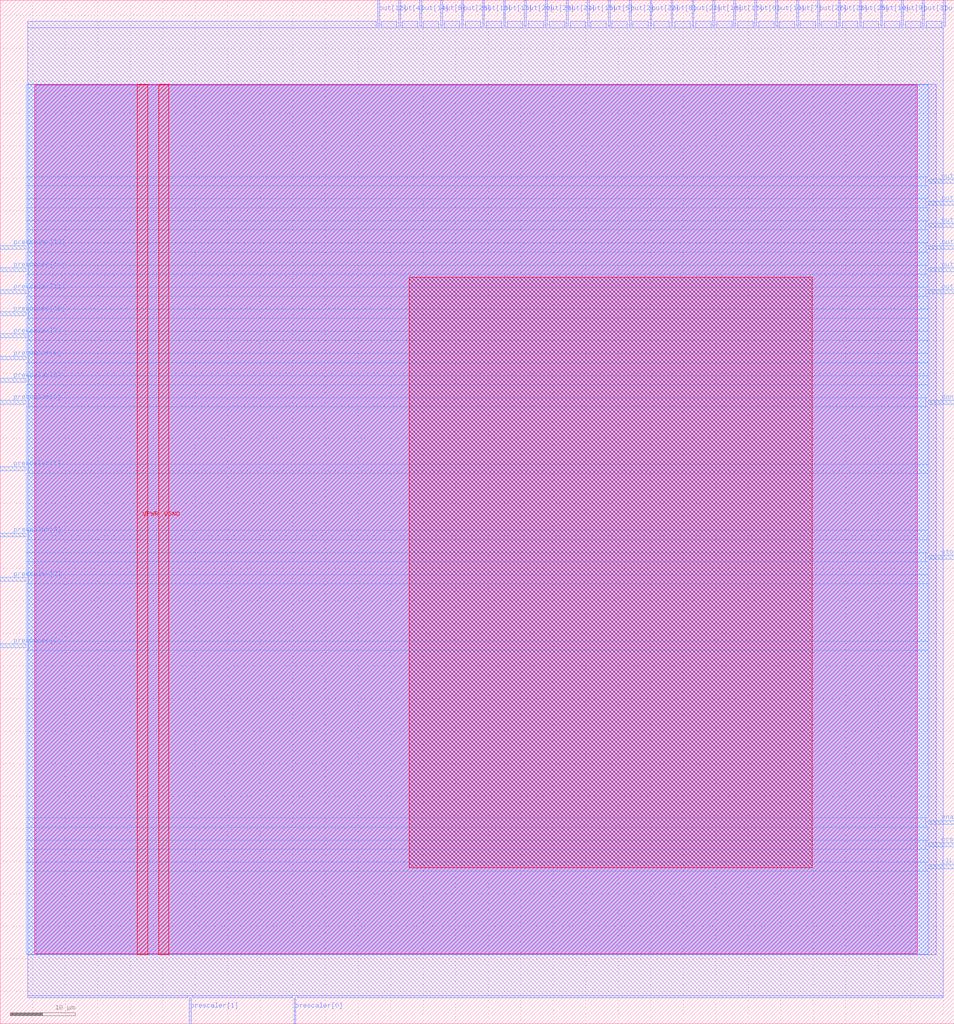
<source format=lef>
VERSION 5.7 ;
  NOWIREEXTENSIONATPIN ON ;
  DIVIDERCHAR "/" ;
  BUSBITCHARS "[]" ;
MACRO sample_proj
  CLASS BLOCK ;
  FOREIGN sample_proj ;
  ORIGIN 0.000 0.000 ;
  SIZE 146.660 BY 157.380 ;
  PIN VGND
    DIRECTION INOUT ;
    USE GROUND ;
    PORT
      LAYER met4 ;
        RECT 24.340 10.640 25.940 144.400 ;
    END
  END VGND
  PIN VPWR
    DIRECTION INOUT ;
    USE POWER ;
    PORT
      LAYER met4 ;
        RECT 21.040 10.640 22.640 144.400 ;
    END
  END VPWR
  PIN clk
    DIRECTION INPUT ;
    USE SIGNAL ;
    ANTENNAGATEAREA 0.852000 ;
    PORT
      LAYER met3 ;
        RECT 142.660 23.840 146.660 24.440 ;
    END
  END clk
  PIN done
    DIRECTION OUTPUT ;
    USE SIGNAL ;
    ANTENNADIFFAREA 0.445500 ;
    PORT
      LAYER met3 ;
        RECT 142.660 95.240 146.660 95.840 ;
    END
  END done
  PIN enable
    DIRECTION INPUT ;
    USE SIGNAL ;
    ANTENNAGATEAREA 0.196500 ;
    PORT
      LAYER met3 ;
        RECT 142.660 30.640 146.660 31.240 ;
    END
  END enable
  PIN nrst
    DIRECTION INPUT ;
    USE SIGNAL ;
    ANTENNAGATEAREA 0.196500 ;
    PORT
      LAYER met3 ;
        RECT 142.660 27.240 146.660 27.840 ;
    END
  END nrst
  PIN out[0]
    DIRECTION OUTPUT ;
    USE SIGNAL ;
    ANTENNADIFFAREA 0.445500 ;
    PORT
      LAYER met2 ;
        RECT 116.010 153.380 116.290 157.380 ;
    END
  END out[0]
  PIN out[10]
    DIRECTION OUTPUT ;
    USE SIGNAL ;
    ANTENNADIFFAREA 0.445500 ;
    PORT
      LAYER met2 ;
        RECT 119.230 153.380 119.510 157.380 ;
    END
  END out[10]
  PIN out[11]
    DIRECTION OUTPUT ;
    USE SIGNAL ;
    ANTENNADIFFAREA 0.445500 ;
    PORT
      LAYER met2 ;
        RECT 144.990 153.380 145.270 157.380 ;
    END
  END out[11]
  PIN out[12]
    DIRECTION OUTPUT ;
    USE SIGNAL ;
    ANTENNADIFFAREA 0.445500 ;
    PORT
      LAYER met2 ;
        RECT 58.050 153.380 58.330 157.380 ;
    END
  END out[12]
  PIN out[13]
    DIRECTION OUTPUT ;
    USE SIGNAL ;
    ANTENNADIFFAREA 0.445500 ;
    PORT
      LAYER met2 ;
        RECT 77.370 153.380 77.650 157.380 ;
    END
  END out[13]
  PIN out[14]
    DIRECTION OUTPUT ;
    USE SIGNAL ;
    ANTENNADIFFAREA 0.445500 ;
    PORT
      LAYER met2 ;
        RECT 64.490 153.380 64.770 157.380 ;
    END
  END out[14]
  PIN out[15]
    DIRECTION OUTPUT ;
    USE SIGNAL ;
    ANTENNADIFFAREA 0.445500 ;
    PORT
      LAYER met2 ;
        RECT 90.250 153.380 90.530 157.380 ;
    END
  END out[15]
  PIN out[16]
    DIRECTION OUTPUT ;
    USE SIGNAL ;
    ANTENNADIFFAREA 0.445500 ;
    PORT
      LAYER met2 ;
        RECT 109.570 153.380 109.850 157.380 ;
    END
  END out[16]
  PIN out[17]
    DIRECTION OUTPUT ;
    USE SIGNAL ;
    ANTENNADIFFAREA 0.445500 ;
    PORT
      LAYER met2 ;
        RECT 112.790 153.380 113.070 157.380 ;
    END
  END out[17]
  PIN out[18]
    DIRECTION OUTPUT ;
    USE SIGNAL ;
    ANTENNADIFFAREA 0.445500 ;
    PORT
      LAYER met2 ;
        RECT 74.150 153.380 74.430 157.380 ;
    END
  END out[18]
  PIN out[19]
    DIRECTION OUTPUT ;
    USE SIGNAL ;
    ANTENNADIFFAREA 0.445500 ;
    PORT
      LAYER met2 ;
        RECT 135.330 153.380 135.610 157.380 ;
    END
  END out[19]
  PIN out[1]
    DIRECTION OUTPUT ;
    USE SIGNAL ;
    ANTENNADIFFAREA 0.445500 ;
    PORT
      LAYER met3 ;
        RECT 142.660 122.440 146.660 123.040 ;
    END
  END out[1]
  PIN out[20]
    DIRECTION OUTPUT ;
    USE SIGNAL ;
    ANTENNADIFFAREA 0.445500 ;
    PORT
      LAYER met2 ;
        RECT 80.590 153.380 80.870 157.380 ;
    END
  END out[20]
  PIN out[21]
    DIRECTION OUTPUT ;
    USE SIGNAL ;
    ANTENNADIFFAREA 0.445500 ;
    PORT
      LAYER met2 ;
        RECT 106.350 153.380 106.630 157.380 ;
    END
  END out[21]
  PIN out[22]
    DIRECTION OUTPUT ;
    USE SIGNAL ;
    ANTENNADIFFAREA 0.445500 ;
    PORT
      LAYER met2 ;
        RECT 99.910 153.380 100.190 157.380 ;
    END
  END out[22]
  PIN out[23]
    DIRECTION OUTPUT ;
    USE SIGNAL ;
    ANTENNADIFFAREA 0.445500 ;
    PORT
      LAYER met2 ;
        RECT 128.890 153.380 129.170 157.380 ;
    END
  END out[23]
  PIN out[24]
    DIRECTION OUTPUT ;
    USE SIGNAL ;
    ANTENNADIFFAREA 0.445500 ;
    PORT
      LAYER met2 ;
        RECT 87.030 153.380 87.310 157.380 ;
    END
  END out[24]
  PIN out[25]
    DIRECTION OUTPUT ;
    USE SIGNAL ;
    ANTENNADIFFAREA 0.445500 ;
    PORT
      LAYER met2 ;
        RECT 132.110 153.380 132.390 157.380 ;
    END
  END out[25]
  PIN out[26]
    DIRECTION OUTPUT ;
    USE SIGNAL ;
    ANTENNADIFFAREA 0.445500 ;
    PORT
      LAYER met3 ;
        RECT 142.660 129.240 146.660 129.840 ;
    END
  END out[26]
  PIN out[27]
    DIRECTION OUTPUT ;
    USE SIGNAL ;
    ANTENNADIFFAREA 0.445500 ;
    PORT
      LAYER met2 ;
        RECT 125.670 153.380 125.950 157.380 ;
    END
  END out[27]
  PIN out[28]
    DIRECTION OUTPUT ;
    USE SIGNAL ;
    ANTENNADIFFAREA 0.445500 ;
    PORT
      LAYER met2 ;
        RECT 70.930 153.380 71.210 157.380 ;
    END
  END out[28]
  PIN out[29]
    DIRECTION OUTPUT ;
    USE SIGNAL ;
    ANTENNADIFFAREA 0.445500 ;
    PORT
      LAYER met2 ;
        RECT 83.810 153.380 84.090 157.380 ;
    END
  END out[29]
  PIN out[2]
    DIRECTION OUTPUT ;
    USE SIGNAL ;
    ANTENNADIFFAREA 0.445500 ;
    PORT
      LAYER met2 ;
        RECT 96.690 153.380 96.970 157.380 ;
    END
  END out[2]
  PIN out[30]
    DIRECTION OUTPUT ;
    USE SIGNAL ;
    ANTENNADIFFAREA 0.445500 ;
    PORT
      LAYER met3 ;
        RECT 142.660 125.840 146.660 126.440 ;
    END
  END out[30]
  PIN out[31]
    DIRECTION OUTPUT ;
    USE SIGNAL ;
    ANTENNADIFFAREA 0.445500 ;
    PORT
      LAYER met3 ;
        RECT 142.660 119.040 146.660 119.640 ;
    END
  END out[31]
  PIN out[32]
    DIRECTION OUTPUT ;
    USE SIGNAL ;
    ANTENNADIFFAREA 0.445500 ;
    PORT
      LAYER met3 ;
        RECT 142.660 115.640 146.660 116.240 ;
    END
  END out[32]
  PIN out[33]
    DIRECTION OUTPUT ;
    USE SIGNAL ;
    ANTENNADIFFAREA 0.445500 ;
    PORT
      LAYER met3 ;
        RECT 142.660 112.240 146.660 112.840 ;
    END
  END out[33]
  PIN out[3]
    DIRECTION OUTPUT ;
    USE SIGNAL ;
    ANTENNADIFFAREA 0.445500 ;
    PORT
      LAYER met2 ;
        RECT 141.770 153.380 142.050 157.380 ;
    END
  END out[3]
  PIN out[4]
    DIRECTION OUTPUT ;
    USE SIGNAL ;
    ANTENNADIFFAREA 0.445500 ;
    PORT
      LAYER met2 ;
        RECT 61.270 153.380 61.550 157.380 ;
    END
  END out[4]
  PIN out[5]
    DIRECTION OUTPUT ;
    USE SIGNAL ;
    ANTENNADIFFAREA 0.445500 ;
    PORT
      LAYER met2 ;
        RECT 93.470 153.380 93.750 157.380 ;
    END
  END out[5]
  PIN out[6]
    DIRECTION OUTPUT ;
    USE SIGNAL ;
    ANTENNADIFFAREA 0.445500 ;
    PORT
      LAYER met2 ;
        RECT 67.710 153.380 67.990 157.380 ;
    END
  END out[6]
  PIN out[7]
    DIRECTION OUTPUT ;
    USE SIGNAL ;
    ANTENNADIFFAREA 0.445500 ;
    PORT
      LAYER met2 ;
        RECT 122.450 153.380 122.730 157.380 ;
    END
  END out[7]
  PIN out[8]
    DIRECTION OUTPUT ;
    USE SIGNAL ;
    ANTENNADIFFAREA 0.445500 ;
    PORT
      LAYER met2 ;
        RECT 103.130 153.380 103.410 157.380 ;
    END
  END out[8]
  PIN out[9]
    DIRECTION OUTPUT ;
    USE SIGNAL ;
    ANTENNADIFFAREA 0.445500 ;
    PORT
      LAYER met2 ;
        RECT 138.550 153.380 138.830 157.380 ;
    END
  END out[9]
  PIN prescaler[0]
    DIRECTION INPUT ;
    USE SIGNAL ;
    ANTENNAGATEAREA 0.159000 ;
    PORT
      LAYER met2 ;
        RECT 45.170 0.000 45.450 4.000 ;
    END
  END prescaler[0]
  PIN prescaler[10]
    DIRECTION INPUT ;
    USE SIGNAL ;
    ANTENNAGATEAREA 0.213000 ;
    PORT
      LAYER met3 ;
        RECT 0.000 115.640 4.000 116.240 ;
    END
  END prescaler[10]
  PIN prescaler[11]
    DIRECTION INPUT ;
    USE SIGNAL ;
    ANTENNAGATEAREA 0.213000 ;
    PORT
      LAYER met3 ;
        RECT 0.000 112.240 4.000 112.840 ;
    END
  END prescaler[11]
  PIN prescaler[12]
    DIRECTION INPUT ;
    USE SIGNAL ;
    ANTENNAGATEAREA 0.196500 ;
    PORT
      LAYER met3 ;
        RECT 0.000 119.040 4.000 119.640 ;
    END
  END prescaler[12]
  PIN prescaler[13]
    DIRECTION INPUT ;
    USE SIGNAL ;
    ANTENNAGATEAREA 0.196500 ;
    PORT
      LAYER met3 ;
        RECT 0.000 108.840 4.000 109.440 ;
    END
  END prescaler[13]
  PIN prescaler[1]
    DIRECTION INPUT ;
    USE SIGNAL ;
    ANTENNAGATEAREA 0.196500 ;
    PORT
      LAYER met2 ;
        RECT 29.070 0.000 29.350 4.000 ;
    END
  END prescaler[1]
  PIN prescaler[2]
    DIRECTION INPUT ;
    USE SIGNAL ;
    ANTENNAGATEAREA 0.247500 ;
    PORT
      LAYER met3 ;
        RECT 0.000 57.840 4.000 58.440 ;
    END
  END prescaler[2]
  PIN prescaler[3]
    DIRECTION INPUT ;
    USE SIGNAL ;
    ANTENNAGATEAREA 0.247500 ;
    PORT
      LAYER met3 ;
        RECT 0.000 68.040 4.000 68.640 ;
    END
  END prescaler[3]
  PIN prescaler[4]
    DIRECTION INPUT ;
    USE SIGNAL ;
    ANTENNAGATEAREA 0.247500 ;
    PORT
      LAYER met3 ;
        RECT 0.000 74.840 4.000 75.440 ;
    END
  END prescaler[4]
  PIN prescaler[5]
    DIRECTION INPUT ;
    USE SIGNAL ;
    ANTENNAGATEAREA 0.213000 ;
    PORT
      LAYER met3 ;
        RECT 0.000 85.040 4.000 85.640 ;
    END
  END prescaler[5]
  PIN prescaler[6]
    DIRECTION INPUT ;
    USE SIGNAL ;
    ANTENNAGATEAREA 0.247500 ;
    PORT
      LAYER met3 ;
        RECT 0.000 98.640 4.000 99.240 ;
    END
  END prescaler[6]
  PIN prescaler[7]
    DIRECTION INPUT ;
    USE SIGNAL ;
    ANTENNAGATEAREA 0.247500 ;
    PORT
      LAYER met3 ;
        RECT 0.000 105.440 4.000 106.040 ;
    END
  END prescaler[7]
  PIN prescaler[8]
    DIRECTION INPUT ;
    USE SIGNAL ;
    ANTENNAGATEAREA 0.213000 ;
    PORT
      LAYER met3 ;
        RECT 0.000 102.040 4.000 102.640 ;
    END
  END prescaler[8]
  PIN prescaler[9]
    DIRECTION INPUT ;
    USE SIGNAL ;
    ANTENNAGATEAREA 0.196500 ;
    PORT
      LAYER met3 ;
        RECT 0.000 95.240 4.000 95.840 ;
    END
  END prescaler[9]
  PIN stop
    DIRECTION INPUT ;
    USE SIGNAL ;
    ANTENNAGATEAREA 0.159000 ;
    PORT
      LAYER met3 ;
        RECT 142.660 71.440 146.660 72.040 ;
    END
  END stop
  OBS
      LAYER nwell ;
        RECT 5.330 10.795 140.950 144.350 ;
      LAYER li1 ;
        RECT 5.520 10.795 140.760 144.245 ;
      LAYER met1 ;
        RECT 4.210 10.640 143.910 144.400 ;
      LAYER met2 ;
        RECT 4.230 153.100 57.770 154.090 ;
        RECT 58.610 153.100 60.990 154.090 ;
        RECT 61.830 153.100 64.210 154.090 ;
        RECT 65.050 153.100 67.430 154.090 ;
        RECT 68.270 153.100 70.650 154.090 ;
        RECT 71.490 153.100 73.870 154.090 ;
        RECT 74.710 153.100 77.090 154.090 ;
        RECT 77.930 153.100 80.310 154.090 ;
        RECT 81.150 153.100 83.530 154.090 ;
        RECT 84.370 153.100 86.750 154.090 ;
        RECT 87.590 153.100 89.970 154.090 ;
        RECT 90.810 153.100 93.190 154.090 ;
        RECT 94.030 153.100 96.410 154.090 ;
        RECT 97.250 153.100 99.630 154.090 ;
        RECT 100.470 153.100 102.850 154.090 ;
        RECT 103.690 153.100 106.070 154.090 ;
        RECT 106.910 153.100 109.290 154.090 ;
        RECT 110.130 153.100 112.510 154.090 ;
        RECT 113.350 153.100 115.730 154.090 ;
        RECT 116.570 153.100 118.950 154.090 ;
        RECT 119.790 153.100 122.170 154.090 ;
        RECT 123.010 153.100 125.390 154.090 ;
        RECT 126.230 153.100 128.610 154.090 ;
        RECT 129.450 153.100 131.830 154.090 ;
        RECT 132.670 153.100 135.050 154.090 ;
        RECT 135.890 153.100 138.270 154.090 ;
        RECT 139.110 153.100 141.490 154.090 ;
        RECT 142.330 153.100 144.710 154.090 ;
        RECT 4.230 4.280 144.990 153.100 ;
        RECT 4.230 4.000 28.790 4.280 ;
        RECT 29.630 4.000 44.890 4.280 ;
        RECT 45.730 4.000 144.990 4.280 ;
      LAYER met3 ;
        RECT 3.990 130.240 142.660 144.325 ;
        RECT 3.990 128.840 142.260 130.240 ;
        RECT 3.990 126.840 142.660 128.840 ;
        RECT 3.990 125.440 142.260 126.840 ;
        RECT 3.990 123.440 142.660 125.440 ;
        RECT 3.990 122.040 142.260 123.440 ;
        RECT 3.990 120.040 142.660 122.040 ;
        RECT 4.400 118.640 142.260 120.040 ;
        RECT 3.990 116.640 142.660 118.640 ;
        RECT 4.400 115.240 142.260 116.640 ;
        RECT 3.990 113.240 142.660 115.240 ;
        RECT 4.400 111.840 142.260 113.240 ;
        RECT 3.990 109.840 142.660 111.840 ;
        RECT 4.400 108.440 142.660 109.840 ;
        RECT 3.990 106.440 142.660 108.440 ;
        RECT 4.400 105.040 142.660 106.440 ;
        RECT 3.990 103.040 142.660 105.040 ;
        RECT 4.400 101.640 142.660 103.040 ;
        RECT 3.990 99.640 142.660 101.640 ;
        RECT 4.400 98.240 142.660 99.640 ;
        RECT 3.990 96.240 142.660 98.240 ;
        RECT 4.400 94.840 142.260 96.240 ;
        RECT 3.990 86.040 142.660 94.840 ;
        RECT 4.400 84.640 142.660 86.040 ;
        RECT 3.990 75.840 142.660 84.640 ;
        RECT 4.400 74.440 142.660 75.840 ;
        RECT 3.990 72.440 142.660 74.440 ;
        RECT 3.990 71.040 142.260 72.440 ;
        RECT 3.990 69.040 142.660 71.040 ;
        RECT 4.400 67.640 142.660 69.040 ;
        RECT 3.990 58.840 142.660 67.640 ;
        RECT 4.400 57.440 142.660 58.840 ;
        RECT 3.990 31.640 142.660 57.440 ;
        RECT 3.990 30.240 142.260 31.640 ;
        RECT 3.990 28.240 142.660 30.240 ;
        RECT 3.990 26.840 142.260 28.240 ;
        RECT 3.990 24.840 142.660 26.840 ;
        RECT 3.990 23.440 142.260 24.840 ;
        RECT 3.990 10.715 142.660 23.440 ;
      LAYER met4 ;
        RECT 62.855 23.975 124.825 114.745 ;
  END
END sample_proj
END LIBRARY


</source>
